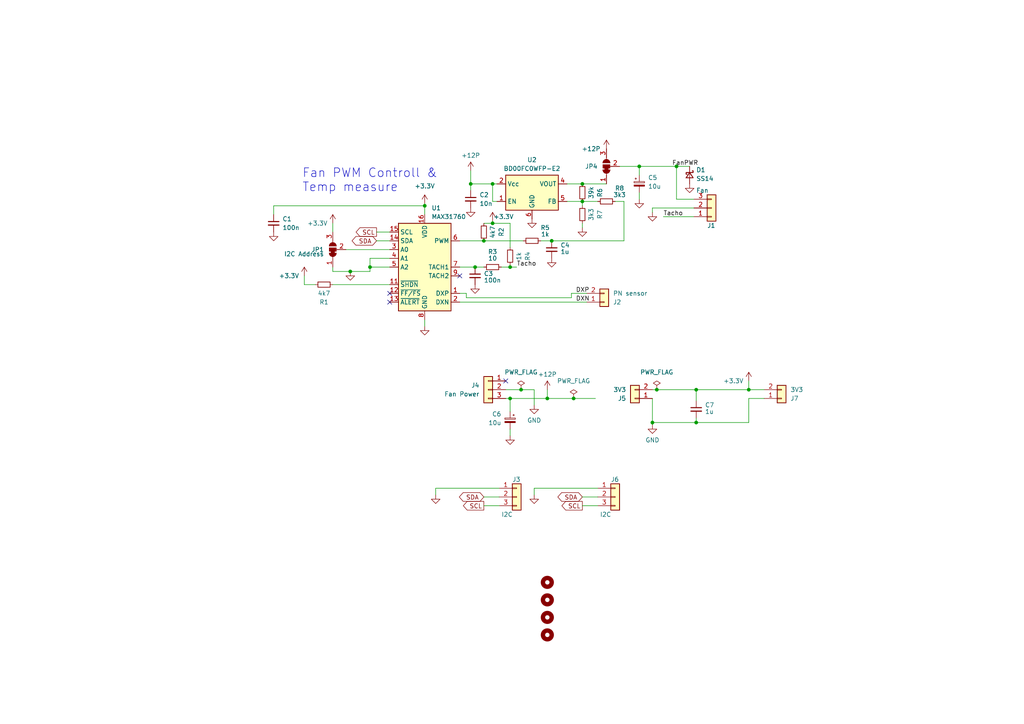
<source format=kicad_sch>
(kicad_sch (version 20230121) (generator eeschema)
  (paper "A4")
  (title_block (title "EL-Load-Fan-Controller") (date "2023-07-14") (rev "v${VERSION}-${PCBVERSION}") (comment 1 "License: CERN-OHL-W-2.0"))
  (lib_symbols
    (symbol "Connector_Generic:Conn_01x02" (pin_names (offset 1.016) hide)
      (property "Reference" "J" (at 0 2.54 0))
      (property "Value" "Conn_01x02" (at 0 -5.08 0))
      (symbol "Conn_01x02_1_1"
        (rectangle (start -1.27 -2.413) (end 0 -2.667) (stroke (width 0.1524)))
        (rectangle (start -1.27 0.127) (end 0 -0.127) (stroke (width 0.1524)))
        (rectangle (start -1.27 1.27) (end 1.27 -3.81) (stroke (width 0.254)) (fill (type background)))
        (pin passive line (at -5.08 0 0) (length 3.81) (name "Pin_1") (number "1"))
        (pin passive line (at -5.08 -2.54 0) (length 3.81) (name "Pin_2") (number "2"))
      )
    )
    (symbol "Connector_Generic:Conn_01x03" (pin_names (offset 1.016) hide)
      (property "Reference" "J" (at 0 5.08 0))
      (property "Value" "Conn_01x03" (at 0 -5.08 0))
      (symbol "Conn_01x03_1_1"
        (rectangle (start -1.27 -2.413) (end 0 -2.667) (stroke (width 0.1524)))
        (rectangle (start -1.27 0.127) (end 0 -0.127) (stroke (width 0.1524)))
        (rectangle (start -1.27 2.667) (end 0 2.413) (stroke (width 0.1524)))
        (rectangle (start -1.27 3.81) (end 1.27 -3.81) (stroke (width 0.254)) (fill (type background)))
        (pin passive line (at -5.08 2.54 0) (length 3.81) (name "Pin_1") (number "1"))
        (pin passive line (at -5.08 0 0) (length 3.81) (name "Pin_2") (number "2"))
        (pin passive line (at -5.08 -2.54 0) (length 3.81) (name "Pin_3") (number "3"))
      )
    )
    (symbol "Device:C_Polarized_Small" (pin_numbers hide) (pin_names (offset 0.254) hide)
      (property "Reference" "C" (at 0.254 1.778 0))
      (property "Value" "C_Polarized_Small" (at 0.254 -2.032 0))
      (symbol "C_Polarized_Small_0_1"
        (rectangle (start -1.524 -0.3048) (end 1.524 -0.6858) (fill (type outline)))
        (rectangle (start -1.524 0.6858) (end 1.524 0.3048))
        (polyline (pts (xy -1.27 1.524) (xy -0.762 1.524)))
        (polyline (pts (xy -1.016 1.27) (xy -1.016 1.778)))
      )
      (symbol "C_Polarized_Small_1_1"
        (pin passive line (at 0 2.54 270) (length 1.8542) (name "~") (number "1"))
        (pin passive line (at 0 -2.54 90) (length 1.8542) (name "~") (number "2"))
      )
    )
    (symbol "Device:C_Small" (pin_numbers hide) (pin_names (offset 0.254) hide)
      (property "Reference" "C" (at 0.254 1.778 0))
      (property "Value" "C_Small" (at 0.254 -2.032 0))
      (symbol "C_Small_0_1"
        (polyline (pts (xy -1.524 -0.508) (xy 1.524 -0.508)) (stroke (width 0.3302)))
        (polyline (pts (xy -1.524 0.508) (xy 1.524 0.508)) (stroke (width 0.3048)))
      )
      (symbol "C_Small_1_1"
        (pin passive line (at 0 2.54 270) (length 2.032) (name "~") (number "1"))
        (pin passive line (at 0 -2.54 90) (length 2.032) (name "~") (number "2"))
      )
    )
    (symbol "Device:D_Schottky_Small" (pin_numbers hide) (pin_names (offset 0.254) hide)
      (property "Reference" "D" (at -1.27 2.032 0))
      (property "Value" "D_Schottky_Small" (at -7.112 -2.032 0))
      (symbol "D_Schottky_Small_0_1"
        (polyline (pts (xy -0.762 0) (xy 0.762 0)))
        (polyline (pts (xy 0.762 -1.016) (xy -0.762 0) (xy 0.762 1.016) (xy 0.762 -1.016)) (stroke (width 0.254)))
        (polyline (pts (xy -1.27 0.762) (xy -1.27 1.016) (xy -0.762 1.016) (xy -0.762 -1.016) (xy -0.254 -1.016) (xy -0.254 -0.762)) (stroke (width 0.254)))
      )
      (symbol "D_Schottky_Small_1_1"
        (pin passive line (at -2.54 0 0) (length 1.778) (name "K") (number "1"))
        (pin passive line (at 2.54 0 180) (length 1.778) (name "A") (number "2"))
      )
    )
    (symbol "Device:R_Small" (pin_numbers hide) (pin_names (offset 0.254) hide)
      (property "Reference" "R" (at 0.762 0.508 0))
      (property "Value" "R_Small" (at 0.762 -1.016 0))
      (symbol "R_Small_0_1"
        (rectangle (start -0.762 1.778) (end 0.762 -1.778) (stroke (width 0.2032)))
      )
      (symbol "R_Small_1_1"
        (pin passive line (at 0 2.54 270) (length 0.762) (name "~") (number "1"))
        (pin passive line (at 0 -2.54 90) (length 0.762) (name "~") (number "2"))
      )
    )
    (symbol "EL-Load:BD00FC0W"
      (property "Reference" "U" (at -6.35 6.35 0))
      (property "Value" "BD00FC0WFP-E2" (at 2.54 6.35 0))
      (symbol "BD00FC0W_1_0"
        (pin power_in line (at 0 -7.62 90) (length 2.54) (name "GND") (number "6"))
      )
      (symbol "BD00FC0W_1_1"
        (rectangle (start -7.62 5.08) (end 7.62 -5.08) (stroke (width 0.254)) (fill (type background)))
        (pin input line (at -10.16 -2.54 0) (length 2.54) (name "EN") (number "1"))
        (pin power_in line (at -10.16 2.54 0) (length 2.54) (name "Vcc") (number "2"))
        (pin no_connect line (at -2.54 -7.62 90) (length 2.54) hide (name "N.C.") (number "3"))
        (pin power_out line (at 10.16 2.54 180) (length 2.54) (name "VOUT") (number "4"))
        (pin input line (at 10.16 -2.54 180) (length 2.54) (name "FB") (number "5"))
      )
    )
    (symbol "EL-Load:MAX31760"
      (property "Reference" "U" (at -7.62 13.97 0))
      (property "Value" "MAX31760" (at 1.27 13.97 0))
      (symbol "MAX31760_0_0"
        (rectangle (start -7.62 12.7) (end 7.62 -12.7) (stroke (width 0.254)) (fill (type background)))
      )
      (symbol "MAX31760_1_1"
        (pin input line (at 10.16 -7.62 180) (length 2.54) (name "DXP") (number "1"))
        (pin no_connect line (at 10.16 2.54 180) (length 2.54) hide (name "N.C.") (number "10"))
        (pin input line (at -10.16 -5.08 0) (length 2.54) (name "~{SHDN}") (number "11"))
        (pin input line (at -10.16 -7.62 0) (length 2.54) (name "~{FF/FS}") (number "12"))
        (pin output line (at -10.16 -10.16 0) (length 2.54) (name "~{ALERT}") (number "13"))
        (pin bidirectional line (at -10.16 7.62 0) (length 2.54) (name "SDA") (number "14"))
        (pin input line (at -10.16 10.16 0) (length 2.54) (name "SCL") (number "15"))
        (pin power_in line (at 0 15.24 270) (length 2.54) (name "VDD") (number "16"))
        (pin input line (at 10.16 -10.16 180) (length 2.54) (name "DXN") (number "2"))
        (pin input line (at -10.16 5.08 0) (length 2.54) (name "A0") (number "3"))
        (pin input line (at -10.16 2.54 0) (length 2.54) (name "A1") (number "4"))
        (pin input line (at -10.16 0 0) (length 2.54) (name "A2") (number "5"))
        (pin output line (at 10.16 7.62 180) (length 2.54) (name "PWM") (number "6"))
        (pin passive line (at 10.16 0 180) (length 2.54) (name "TACH1") (number "7"))
        (pin input line (at 0 -15.24 90) (length 2.54) (name "GND") (number "8"))
        (pin input line (at 10.16 -2.54 180) (length 2.54) (name "TACH2") (number "9"))
      )
    )
    (symbol "Jumper:SolderJumper_3_Bridged12" (pin_names (offset 0) hide)
      (property "Reference" "JP" (at -2.54 -2.54 0))
      (property "Value" "SolderJumper_3_Bridged12" (at 0 2.794 0))
      (symbol "SolderJumper_3_Bridged12_0_1"
        (rectangle (start -1.016 0.508) (end -0.508 -0.508) (fill (type outline)))
        (arc (start -1.016 1.016) (mid -2.0276 0) (end -1.016 -1.016))
        (arc (start -1.016 1.016) (mid -2.0276 0) (end -1.016 -1.016) (fill (type outline)))
        (rectangle (start -0.508 1.016) (end 0.508 -1.016) (fill (type outline)))
        (polyline (pts (xy -2.54 0) (xy -2.032 0)))
        (polyline (pts (xy -1.016 1.016) (xy -1.016 -1.016)))
        (polyline (pts (xy 0 -1.27) (xy 0 -1.016)))
        (polyline (pts (xy 1.016 1.016) (xy 1.016 -1.016)))
        (polyline (pts (xy 2.54 0) (xy 2.032 0)))
        (arc (start 1.016 -1.016) (mid 2.0276 0) (end 1.016 1.016))
        (arc (start 1.016 -1.016) (mid 2.0276 0) (end 1.016 1.016) (fill (type outline)))
      )
      (symbol "SolderJumper_3_Bridged12_1_1"
        (pin passive line (at -5.08 0 0) (length 2.54) (name "A") (number "1"))
        (pin passive line (at 0 -3.81 90) (length 2.54) (name "C") (number "2"))
        (pin passive line (at 5.08 0 180) (length 2.54) (name "B") (number "3"))
      )
    )
    (symbol "Mechanical:MountingHole" (pin_names (offset 1.016))
      (property "Reference" "H" (at 0 5.08 0))
      (property "Value" "MountingHole" (at 0 3.175 0))
      (symbol "MountingHole_0_1"
        (circle (center 0 0) (radius 1.27) (stroke (width 1.27)))
      )
    )
    (symbol "power:+12P" (power) (pin_names (offset 0))
      (property "Value" "+12P" (at 0 3.556 0))
      (symbol "+12P_0_1"
        (polyline (pts (xy -0.762 1.27) (xy 0 2.54)))
        (polyline (pts (xy 0 0) (xy 0 2.54)))
        (polyline (pts (xy 0 2.54) (xy 0.762 1.27)))
      )
      (symbol "+12P_1_1"
        (pin power_in line (at 0 0 90) (length 0) hide (name "+12P") (number "1"))
      )
    )
    (symbol "power:+3.3V" (power) (pin_names (offset 0))
      (property "Value" "+3.3V" (at 0 3.556 0))
      (symbol "+3.3V_0_1"
        (polyline (pts (xy -0.762 1.27) (xy 0 2.54)))
        (polyline (pts (xy 0 0) (xy 0 2.54)))
        (polyline (pts (xy 0 2.54) (xy 0.762 1.27)))
      )
      (symbol "+3.3V_1_1"
        (pin power_in line (at 0 0 90) (length 0) hide (name "+3.3V") (number "1"))
      )
    )
    (symbol "power:GND" (power) (pin_names (offset 0))
      (property "Value" "GND" (at 0 -3.81 0))
      (symbol "GND_0_1"
        (polyline (pts (xy 0 0) (xy 0 -1.27) (xy 1.27 -1.27) (xy 0 -2.54) (xy -1.27 -1.27) (xy 0 -1.27)))
      )
      (symbol "GND_1_1"
        (pin power_in line (at 0 0 270) (length 0) hide (name "GND") (number "1"))
      )
    )
    (symbol "power:PWR_FLAG" (power) (pin_numbers hide) (pin_names (offset 0) hide)
      (property "Value" "PWR_FLAG" (at 0 3.81 0))
      (symbol "PWR_FLAG_0_0"
        (pin power_out line (at 0 0 90) (length 0) (name "pwr") (number "1"))
      )
      (symbol "PWR_FLAG_0_1"
        (polyline (pts (xy 0 0) (xy 0 1.27) (xy -1.016 1.905) (xy 0 2.54) (xy 1.016 1.905) (xy 0 1.27)))
      )
    )
  )
  (junction (at 151.13 113.03))
  (junction (at 137.795 77.47))
  (junction (at 185.42 48.26))
  (junction (at 190.5 113.03))
  (junction (at 123.19 59.69))
  (junction (at 196.215 48.26))
  (junction (at 107.315 77.47))
  (junction (at 101.6 78.74))
  (junction (at 217.17 113.03))
  (junction (at 142.875 53.34))
  (junction (at 136.525 53.34))
  (junction (at 147.955 115.57))
  (junction (at 201.93 122.555))
  (junction (at 140.335 69.85))
  (junction (at 168.91 58.42))
  (junction (at 201.93 113.03))
  (junction (at 158.75 115.57))
  (junction (at 160.02 69.85))
  (junction (at 189.23 122.555))
  (junction (at 166.37 115.57))
  (junction (at 147.955 77.47))
  (junction (at 168.91 53.34))
  (junction (at 142.875 64.77))
  (no_connect (at 133.35 80.01))
  (no_connect (at 146.685 110.49))
  (no_connect (at 113.03 87.63))
  (no_connect (at 113.03 85.09))
  (wire (pts (xy 133.35 77.47) (xy 137.795 77.47)))
  (wire (pts (xy 142.875 53.34) (xy 142.875 58.42)))
  (wire (pts (xy 133.35 85.09) (xy 135.255 85.09)))
  (wire (pts (xy 201.93 113.03) (xy 201.93 116.205)))
  (wire (pts (xy 145.415 77.47) (xy 147.955 77.47)))
  (wire (pts (xy 196.215 48.26) (xy 200.025 48.26)))
  (wire (pts (xy 173.355 141.605) (xy 154.94 141.605)))
  (wire (pts (xy 164.465 58.42) (xy 168.91 58.42)))
  (wire (pts (xy 96.52 77.47) (xy 96.52 78.74)))
  (wire (pts (xy 144.78 141.605) (xy 126.365 141.605)))
  (wire (pts (xy 123.19 92.71) (xy 123.19 94.615)))
  (wire (pts (xy 189.23 122.555) (xy 189.23 123.19)))
  (wire (pts (xy 123.19 59.055) (xy 123.19 59.69)))
  (wire (pts (xy 140.335 69.85) (xy 151.765 69.85)))
  (wire (pts (xy 133.35 87.63) (xy 170.18 87.63)))
  (wire (pts (xy 189.23 113.03) (xy 190.5 113.03)))
  (wire (pts (xy 142.875 53.34) (xy 144.145 53.34)))
  (wire (pts (xy 189.23 60.325) (xy 201.295 60.325)))
  (wire (pts (xy 109.22 69.85) (xy 113.03 69.85)))
  (wire (pts (xy 196.215 57.785) (xy 196.215 48.26)))
  (wire (pts (xy 107.315 77.47) (xy 113.03 77.47)))
  (wire (pts (xy 217.17 122.555) (xy 201.93 122.555)))
  (wire (pts (xy 179.705 48.26) (xy 185.42 48.26)))
  (wire (pts (xy 100.33 72.39) (xy 113.03 72.39)))
  (wire (pts (xy 154.94 141.605) (xy 154.94 143.51)))
  (wire (pts (xy 107.315 78.74) (xy 107.315 77.47)))
  (wire (pts (xy 192.405 62.865) (xy 201.295 62.865)))
  (wire (pts (xy 136.525 53.34) (xy 136.525 55.245)))
  (wire (pts (xy 142.875 64.135) (xy 142.875 64.77)))
  (wire (pts (xy 201.93 113.03) (xy 217.17 113.03)))
  (wire (pts (xy 185.42 55.88) (xy 185.42 57.785)))
  (wire (pts (xy 168.91 146.685) (xy 173.355 146.685)))
  (wire (pts (xy 146.685 113.03) (xy 151.13 113.03)))
  (wire (pts (xy 126.365 141.605) (xy 126.365 143.51)))
  (wire (pts (xy 156.845 69.85) (xy 160.02 69.85)))
  (wire (pts (xy 101.6 78.74) (xy 107.315 78.74)))
  (wire (pts (xy 151.13 113.03) (xy 154.94 113.03)))
  (wire (pts (xy 189.23 115.57) (xy 189.23 122.555)))
  (wire (pts (xy 79.375 62.23) (xy 79.375 59.69)))
  (wire (pts (xy 96.52 64.77) (xy 96.52 67.31)))
  (wire (pts (xy 158.75 113.03) (xy 158.75 115.57)))
  (wire (pts (xy 180.975 58.42) (xy 180.975 69.85)))
  (wire (pts (xy 135.255 85.09) (xy 135.255 86.36)))
  (wire (pts (xy 158.75 115.57) (xy 147.955 115.57)))
  (wire (pts (xy 201.93 122.555) (xy 189.23 122.555)))
  (wire (pts (xy 217.17 113.03) (xy 221.615 113.03)))
  (wire (pts (xy 185.42 48.26) (xy 185.42 50.8)))
  (wire (pts (xy 190.5 113.03) (xy 201.93 113.03)))
  (wire (pts (xy 168.91 144.145) (xy 173.355 144.145)))
  (wire (pts (xy 136.525 53.34) (xy 142.875 53.34)))
  (wire (pts (xy 107.315 74.93) (xy 107.315 77.47)))
  (wire (pts (xy 113.03 74.93) (xy 107.315 74.93)))
  (wire (pts (xy 217.17 113.03) (xy 217.17 110.49)))
  (wire (pts (xy 140.335 146.685) (xy 144.78 146.685)))
  (wire (pts (xy 165.735 85.09) (xy 165.735 86.36)))
  (wire (pts (xy 79.375 59.69) (xy 123.19 59.69)))
  (wire (pts (xy 96.52 82.55) (xy 113.03 82.55)))
  (wire (pts (xy 178.435 58.42) (xy 180.975 58.42)))
  (wire (pts (xy 180.975 69.85) (xy 160.02 69.85)))
  (wire (pts (xy 168.91 58.42) (xy 173.355 58.42)))
  (wire (pts (xy 154.94 113.03) (xy 154.94 117.475)))
  (wire (pts (xy 140.335 144.145) (xy 144.78 144.145)))
  (wire (pts (xy 201.295 57.785) (xy 196.215 57.785)))
  (wire (pts (xy 88.265 82.55) (xy 88.265 80.01)))
  (wire (pts (xy 136.525 49.53) (xy 136.525 53.34)))
  (wire (pts (xy 168.91 53.34) (xy 175.895 53.34)))
  (wire (pts (xy 147.955 115.57) (xy 146.685 115.57)))
  (wire (pts (xy 147.955 76.835) (xy 147.955 77.47)))
  (wire (pts (xy 185.42 48.26) (xy 196.215 48.26)))
  (wire (pts (xy 91.44 82.55) (xy 88.265 82.55)))
  (wire (pts (xy 221.615 115.57) (xy 217.17 115.57)))
  (wire (pts (xy 172.72 115.57) (xy 166.37 115.57)))
  (wire (pts (xy 144.145 58.42) (xy 142.875 58.42)))
  (wire (pts (xy 189.23 60.325) (xy 189.23 61.595)))
  (wire (pts (xy 123.19 59.69) (xy 123.19 62.23)))
  (wire (pts (xy 170.18 85.09) (xy 165.735 85.09)))
  (wire (pts (xy 201.93 121.285) (xy 201.93 122.555)))
  (wire (pts (xy 168.91 64.77) (xy 168.91 66.04)))
  (wire (pts (xy 147.955 124.46) (xy 147.955 126.365)))
  (wire (pts (xy 147.955 64.77) (xy 147.955 71.755)))
  (wire (pts (xy 137.795 77.47) (xy 140.335 77.47)))
  (wire (pts (xy 147.955 77.47) (xy 149.86 77.47)))
  (wire (pts (xy 135.255 86.36) (xy 165.735 86.36)))
  (wire (pts (xy 166.37 115.57) (xy 158.75 115.57)))
  (wire (pts (xy 142.875 64.77) (xy 140.335 64.77)))
  (wire (pts (xy 147.955 64.77) (xy 142.875 64.77)))
  (wire (pts (xy 168.91 58.42) (xy 168.91 59.69)))
  (wire (pts (xy 217.17 115.57) (xy 217.17 122.555)))
  (wire (pts (xy 147.955 115.57) (xy 147.955 119.38)))
  (wire (pts (xy 133.35 69.85) (xy 140.335 69.85)))
  (wire (pts (xy 109.22 67.31) (xy 113.03 67.31)))
  (wire (pts (xy 96.52 78.74) (xy 101.6 78.74)))
  (wire (pts (xy 164.465 53.34) (xy 168.91 53.34)))
  (text "Fan PWM Controll & \nTemp measure\n" (at 87.63 55.88 0) (effects (font (size 2.54 2.54)) (justify left bottom)))
  (label "Tacho" (at 192.405 62.865 0))
  (label "FanPWR" (at 194.945 48.26 0))
  (label "DXP" (at 167.005 85.09 0))
  (label "Tacho" (at 149.86 77.47 0))
  (label "DXN" (at 167.005 87.63 0))
  (global_label "SDA" (shape bidirectional) (at 168.91 144.145 180) (property "Intersheetrefs" "${INTERSHEET_REFS}" (effects hide)))
  (global_label "SCL" (shape output) (at 168.91 146.685 180) (property "Intersheetrefs" "${INTERSHEET_REFS}" (effects hide)))
  (global_label "SCL" (shape output) (at 109.22 67.31 180) (property "Intersheetrefs" "${INTERSHEET_REFS}" (effects hide)))
  (global_label "SCL" (shape output) (at 140.335 146.685 180) (property "Intersheetrefs" "${INTERSHEET_REFS}" (effects hide)))
  (global_label "SDA" (shape bidirectional) (at 140.335 144.145 180) (property "Intersheetrefs" "${INTERSHEET_REFS}" (effects hide)))
  (global_label "SDA" (shape bidirectional) (at 109.22 69.85 180) (property "Intersheetrefs" "${INTERSHEET_REFS}" (effects hide)))
  (symbol (lib_id "Connector_Generic:Conn_01x03") (at 141.605 113.03 0) (mirror y) (unit 1)
    (property "Reference" "J4" (at 139.065 111.76 0) (effects (justify left)))
    (property "Value" "Fan Power" (at 139.065 114.3 0) (effects (justify left)))
    (property "Footprint" "Connector_JST:JST_XH_B3B-XH-A_1x03_P2.50mm_Vertical" (effects hide))
  )
  (symbol (lib_id "power:GND") (at 136.525 60.325 0) (unit 1)
    (property "Reference" "#PWR08" (effects hide))
    (property "Value" "GND" (effects hide))
  )
  (symbol (lib_id "power:GND") (at 185.42 57.785 0) (unit 1)
    (property "Reference" "#PWR015" (effects hide))
    (property "Value" "GND" (effects hide))
  )
  (symbol (lib_id "power:GND") (at 160.02 74.93 0) (unit 1)
    (property "Reference" "#PWR012" (effects hide))
    (property "Value" "GND" (effects hide))
  )
  (symbol (lib_id "power:+3.3V") (at 142.875 64.135 0) (unit 1)
    (property "Reference" "#PWR010" (effects hide))
    (property "Value" "+3.3V" (at 146.05 62.865 0))
  )
  (symbol (lib_id "Jumper:SolderJumper_3_Bridged12") (at 96.52 72.39 90) (unit 1)
    (property "Reference" "JP1" (at 93.98 72.39 90) (effects (justify left)))
    (property "Value" "I2C Address" (at 93.98 73.66 90) (effects (justify left)))
    (property "Footprint" "Jumper:SolderJumper-3_P1.3mm_Bridged2Bar12_RoundedPad1.0x1.5mm" (effects hide))
  )
  (symbol (lib_id "Device:R_Small") (at 154.305 69.85 90) (unit 1)
    (property "Reference" "R5" (at 158.115 66.04 90))
    (property "Value" "1k" (at 158.115 67.945 90))
    (property "Footprint" "Resistor_SMD:R_0805_2012Metric_Pad1.20x1.40mm_HandSolder" (effects hide))
  )
  (symbol (lib_id "power:+3.3V") (at 123.19 59.055 0) (unit 1)
    (property "Reference" "#PWR05" (effects hide))
    (property "Value" "+3.3V" (at 123.19 53.975 0))
  )
  (symbol (lib_id "power:GND") (at 101.6 78.74 0) (unit 1)
    (property "Reference" "#PWR04" (effects hide))
    (property "Value" "GND" (effects hide))
  )
  (symbol (lib_id "Device:C_Polarized_Small") (at 185.42 53.34 0) (unit 1)
    (property "Reference" "C5" (at 187.96 51.5238 0) (effects (justify left)))
    (property "Value" "10u" (at 187.96 54.0638 0) (effects (justify left)))
    (property "Footprint" "Capacitor_SMD:CP_Elec_6.3x5.8" (effects hide))
  )
  (symbol (lib_id "power:GND") (at 79.375 67.31 0) (unit 1)
    (property "Reference" "#PWR01" (effects hide))
    (property "Value" "GND" (effects hide))
  )
  (symbol (lib_id "Device:C_Small") (at 160.02 72.39 0) (unit 1)
    (property "Reference" "C4" (at 162.56 71.12 0) (effects (justify left)))
    (property "Value" "1u" (at 162.56 73.025 0) (effects (justify left)))
    (property "Footprint" "Capacitor_SMD:C_0805_2012Metric_Pad1.18x1.45mm_HandSolder" (effects hide))
  )
  (symbol (lib_id "Mechanical:MountingHole") (at 158.75 173.99 0) (unit 1)
    (property "Reference" "H2" (effects hide))
    (property "Value" "MountingHole" (effects hide))
    (property "Footprint" "MountingHole:MountingHole_3.2mm_M3_Pad" (effects hide))
  )
  (symbol (lib_id "Connector_Generic:Conn_01x02") (at 226.695 115.57 0) (mirror x) (unit 1)
    (property "Reference" "J7" (at 229.235 115.57 0) (effects (justify left)))
    (property "Value" "3V3" (at 229.235 113.03 0) (effects (justify left)))
    (property "Footprint" "Connector_PinHeader_2.54mm:PinHeader_1x02_P2.54mm_Vertical" (effects hide))
  )
  (symbol (lib_id "power:PWR_FLAG") (at 190.5 113.03 0) (unit 1)
    (property "Reference" "#FLG03" (effects hide))
    (property "Value" "PWR_FLAG" (at 190.5 107.95 0))
  )
  (symbol (lib_id "Mechanical:MountingHole") (at 158.75 179.07 0) (unit 1)
    (property "Reference" "H3" (effects hide))
    (property "Value" "MountingHole" (effects hide))
    (property "Footprint" "MountingHole:MountingHole_3.2mm_M3_Pad" (effects hide))
  )
  (symbol (lib_id "Device:R_Small") (at 168.91 55.88 0) (unit 1)
    (property "Reference" "R6" (at 173.99 55.88 90))
    (property "Value" "39k" (at 171.45 55.88 90))
    (property "Footprint" "Resistor_SMD:R_0805_2012Metric_Pad1.20x1.40mm_HandSolder" (effects hide))
  )
  (symbol (lib_id "power:+3.3V") (at 217.17 110.49 0) (unit 1)
    (property "Reference" "#PWR021" (effects hide))
    (property "Value" "+3.3V" (at 212.725 110.49 0))
  )
  (symbol (lib_id "Device:R_Small") (at 168.91 62.23 0) (unit 1)
    (property "Reference" "R7" (at 173.99 62.23 90))
    (property "Value" "3k3" (at 171.45 62.23 90))
    (property "Footprint" "Resistor_SMD:R_0805_2012Metric_Pad1.20x1.40mm_HandSolder" (effects hide))
  )
  (symbol (lib_id "Connector_Generic:Conn_01x02") (at 184.15 115.57 180) (unit 1)
    (property "Reference" "J5" (at 181.61 115.57 0) (effects (justify left)))
    (property "Value" "3V3" (at 181.61 113.03 0) (effects (justify left)))
    (property "Footprint" "Connector_PinHeader_2.54mm:PinHeader_1x02_P2.54mm_Vertical" (effects hide))
  )
  (symbol (lib_id "power:+12P") (at 175.895 43.18 0) (unit 1)
    (property "Reference" "#PWR014" (effects hide))
    (property "Value" "+12P" (at 171.45 43.18 0))
  )
  (symbol (lib_id "Mechanical:MountingHole") (at 158.75 184.15 0) (unit 1)
    (property "Reference" "H4" (effects hide))
    (property "Value" "MountingHole" (effects hide))
    (property "Footprint" "MountingHole:MountingHole_3.2mm_M3_Pad" (effects hide))
  )
  (symbol (lib_id "Device:C_Small") (at 136.525 57.785 0) (unit 1)
    (property "Reference" "C2" (at 139.065 56.5212 0) (effects (justify left)))
    (property "Value" "10n" (at 139.065 59.0612 0) (effects (justify left)))
    (property "Footprint" "Capacitor_SMD:C_0805_2012Metric_Pad1.18x1.45mm_HandSolder" (effects hide))
  )
  (symbol (lib_id "power:GND") (at 137.795 82.55 0) (unit 1)
    (property "Reference" "#PWR09" (effects hide))
    (property "Value" "GND" (effects hide))
  )
  (symbol (lib_id "Connector_Generic:Conn_01x02") (at 175.26 87.63 0) (mirror x) (unit 1)
    (property "Reference" "J2" (at 177.8 87.63 0) (effects (justify left)))
    (property "Value" "PN sensor" (at 177.8 85.09 0) (effects (justify left)))
    (property "Footprint" "Connector_PinHeader_2.54mm:PinHeader_1x02_P2.54mm_Vertical" (effects hide))
  )
  (symbol (lib_id "Device:R_Small") (at 147.955 74.295 0) (unit 1)
    (property "Reference" "R4" (at 153.035 74.295 90))
    (property "Value" "1k" (at 150.495 74.295 90))
    (property "Footprint" "Resistor_SMD:R_0805_2012Metric_Pad1.20x1.40mm_HandSolder" (effects hide))
  )
  (symbol (lib_id "Device:R_Small") (at 140.335 67.31 0) (unit 1)
    (property "Reference" "R2" (at 145.415 67.31 90))
    (property "Value" "4k7" (at 142.875 67.31 90))
    (property "Footprint" "Resistor_SMD:R_0805_2012Metric_Pad1.20x1.40mm_HandSolder" (effects hide))
  )
  (symbol (lib_id "Mechanical:MountingHole") (at 158.75 168.91 0) (unit 1)
    (property "Reference" "H1" (effects hide))
    (property "Value" "MountingHole" (effects hide))
    (property "Footprint" "MountingHole:MountingHole_3.2mm_M3_Pad" (effects hide))
  )
  (symbol (lib_id "power:GND") (at 154.94 117.475 0) (mirror y) (unit 1)
    (property "Reference" "#PWR017" (effects hide))
    (property "Value" "GND" (at 154.94 121.92 0))
  )
  (symbol (lib_id "Device:C_Small") (at 201.93 118.745 0) (unit 1)
    (property "Reference" "C7" (at 204.47 117.475 0) (effects (justify left)))
    (property "Value" "1u" (at 204.47 119.38 0) (effects (justify left)))
    (property "Footprint" "Capacitor_SMD:C_0805_2012Metric_Pad1.18x1.45mm_HandSolder" (effects hide))
  )
  (symbol (lib_id "Connector_Generic:Conn_01x03") (at 206.375 60.325 0) (mirror x) (unit 1)
    (property "Reference" "J1" (at 205.105 65.405 0) (effects (justify left)))
    (property "Value" "Fan" (at 201.93 55.245 0) (effects (justify left)))
    (property "Footprint" "Connector_JST:JST_XH_B3B-XH-A_1x03_P2.50mm_Vertical" (effects hide))
  )
  (symbol (lib_id "EL-Load:MAX31760") (at 123.19 77.47 0) (unit 1)
    (property "Reference" "U1" (at 125.1459 60.325 0) (effects (justify left)))
    (property "Value" "MAX31760" (at 125.1459 62.865 0) (effects (justify left)))
    (property "Footprint" "Package_SO:QSOP-16_3.9x4.9mm_P0.635mm" (effects hide))
  )
  (symbol (lib_id "power:GND") (at 189.23 61.595 0) (unit 1)
    (property "Reference" "#PWR023" (effects hide))
    (property "Value" "GND" (effects hide))
  )
  (symbol (lib_id "Device:C_Polarized_Small") (at 147.955 121.92 0) (mirror y) (unit 1)
    (property "Reference" "C6" (at 145.415 120.1038 0) (effects (justify left)))
    (property "Value" "10u" (at 145.415 122.6438 0) (effects (justify left)))
    (property "Footprint" "Capacitor_SMD:CP_Elec_6.3x5.8" (effects hide))
  )
  (symbol (lib_id "power:+12P") (at 136.525 49.53 0) (unit 1)
    (property "Reference" "#PWR07" (effects hide))
    (property "Value" "+12P" (at 136.525 45.085 0))
  )
  (symbol (lib_id "power:GND") (at 154.94 143.51 0) (mirror y) (unit 1)
    (property "Reference" "#PWR024" (effects hide))
    (property "Value" "GND" (effects hide))
  )
  (symbol (lib_id "Jumper:SolderJumper_3_Bridged12") (at 175.895 48.26 90) (unit 1)
    (property "Reference" "JP4" (at 173.355 48.26 90) (effects (justify left)))
    (property "Value" "SolderJumper_3_Bridged12" (effects hide))
    (property "Footprint" "Jumper:SolderJumper-3_P1.3mm_Bridged2Bar12_RoundedPad1.0x1.5mm" (effects hide))
  )
  (symbol (lib_id "power:PWR_FLAG") (at 151.13 113.03 0) (unit 1)
    (property "Reference" "#FLG02" (effects hide))
    (property "Value" "PWR_FLAG" (at 151.13 107.95 0))
  )
  (symbol (lib_id "power:GND") (at 189.23 123.19 0) (mirror y) (unit 1)
    (property "Reference" "#PWR020" (effects hide))
    (property "Value" "GND" (at 189.23 127.635 0))
  )
  (symbol (lib_id "power:+3.3V") (at 88.265 80.01 0) (unit 1)
    (property "Reference" "#PWR02" (effects hide))
    (property "Value" "+3.3V" (at 83.82 80.01 0))
  )
  (symbol (lib_id "Device:D_Schottky_Small") (at 200.025 50.8 270) (unit 1)
    (property "Reference" "D1" (at 201.93 49.276 90) (effects (justify left)))
    (property "Value" "SS14" (at 201.93 51.816 90) (effects (justify left)))
    (property "Footprint" "Diode_SMD:D_SMA_Handsoldering" (effects hide))
  )
  (symbol (lib_id "Connector_Generic:Conn_01x03") (at 178.435 144.145 0) (unit 1)
    (property "Reference" "J6" (at 177.165 139.065 0) (effects (justify left)))
    (property "Value" "I2C" (at 173.99 149.225 0) (effects (justify left)))
    (property "Footprint" "Connector_PinHeader_2.54mm:PinHeader_1x03_P2.54mm_Vertical" (effects hide))
  )
  (symbol (lib_id "power:GND") (at 147.955 126.365 0) (mirror y) (unit 1)
    (property "Reference" "#PWR019" (effects hide))
    (property "Value" "GND" (effects hide))
  )
  (symbol (lib_id "Device:C_Small") (at 137.795 80.01 0) (unit 1)
    (property "Reference" "C3" (at 140.335 79.375 0) (effects (justify left)))
    (property "Value" "100n" (at 140.335 81.2862 0) (effects (justify left)))
    (property "Footprint" "Capacitor_SMD:C_0805_2012Metric_Pad1.18x1.45mm_HandSolder" (effects hide))
  )
  (symbol (lib_id "power:GND") (at 123.19 94.615 0) (unit 1)
    (property "Reference" "#PWR06" (effects hide))
    (property "Value" "GND" (effects hide))
  )
  (symbol (lib_id "power:+12P") (at 158.75 113.03 0) (mirror y) (unit 1)
    (property "Reference" "#PWR018" (effects hide))
    (property "Value" "+12P" (at 158.75 108.585 0))
  )
  (symbol (lib_id "power:GND") (at 154.305 63.5 0) (unit 1)
    (property "Reference" "#PWR011" (effects hide))
    (property "Value" "GND" (effects hide))
  )
  (symbol (lib_id "power:GND") (at 168.91 66.04 0) (unit 1)
    (property "Reference" "#PWR013" (effects hide))
    (property "Value" "GND" (effects hide))
  )
  (symbol (lib_id "Device:R_Small") (at 175.895 58.42 90) (unit 1)
    (property "Reference" "R8" (at 179.705 54.61 90))
    (property "Value" "3k3" (at 179.705 56.515 90))
    (property "Footprint" "Resistor_SMD:R_0805_2012Metric_Pad1.20x1.40mm_HandSolder" (effects hide))
  )
  (symbol (lib_id "Device:R_Small") (at 93.98 82.55 270) (unit 1)
    (property "Reference" "R1" (at 93.98 87.63 90))
    (property "Value" "4k7" (at 93.98 85.09 90))
    (property "Footprint" "Resistor_SMD:R_0805_2012Metric_Pad1.20x1.40mm_HandSolder" (effects hide))
  )
  (symbol (lib_id "Device:C_Small") (at 79.375 64.77 0) (unit 1)
    (property "Reference" "C1" (at 81.915 63.5062 0) (effects (justify left)))
    (property "Value" "100n" (at 81.915 66.0462 0) (effects (justify left)))
    (property "Footprint" "Capacitor_SMD:C_0805_2012Metric_Pad1.18x1.45mm_HandSolder" (effects hide))
  )
  (symbol (lib_id "Device:R_Small") (at 142.875 77.47 90) (unit 1)
    (property "Reference" "R3" (at 142.875 73.025 90))
    (property "Value" "10" (at 142.875 74.93 90))
    (property "Footprint" "Resistor_SMD:R_0805_2012Metric_Pad1.20x1.40mm_HandSolder" (effects hide))
  )
  (symbol (lib_id "power:GND") (at 200.025 53.34 0) (unit 1)
    (property "Reference" "#PWR016" (effects hide))
    (property "Value" "GND" (effects hide))
  )
  (symbol (lib_id "power:GND") (at 126.365 143.51 0) (mirror y) (unit 1)
    (property "Reference" "#PWR022" (effects hide))
    (property "Value" "GND" (effects hide))
  )
  (symbol (lib_id "power:+3.3V") (at 96.52 64.77 0) (unit 1)
    (property "Reference" "#PWR03" (effects hide))
    (property "Value" "+3.3V" (at 92.075 64.77 0))
  )
  (symbol (lib_id "Connector_Generic:Conn_01x03") (at 149.86 144.145 0) (unit 1)
    (property "Reference" "J3" (at 148.59 139.065 0) (effects (justify left)))
    (property "Value" "I2C" (at 145.415 149.225 0) (effects (justify left)))
    (property "Footprint" "Connector_PinHeader_2.54mm:PinHeader_1x03_P2.54mm_Vertical" (effects hide))
  )
  (symbol (lib_id "power:PWR_FLAG") (at 166.37 115.57 0) (unit 1)
    (property "Reference" "#FLG01" (effects hide))
    (property "Value" "PWR_FLAG" (at 166.37 110.49 0))
  )
  (symbol (lib_id "EL-Load:BD00FC0W") (at 154.305 55.88 0) (unit 1)
    (property "Reference" "U2" (at 154.305 46.355 0))
    (property "Value" "BD00FC0WFP-E2" (at 154.305 48.895 0))
    (property "Footprint" "Package_TO_SOT_SMD:TO-252-5_TabPin6" (effects hide))
  )
)
</source>
